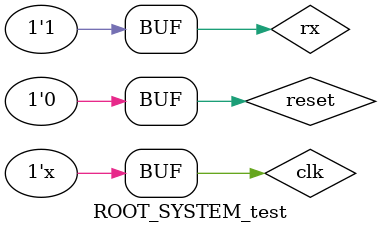
<source format=v>
`timescale 1ns / 1ps


module ROOT_SYSTEM_test;

	// Inputs
	reg clk;
	reg reset;
	reg rx;

	// Outputs
	wire tx;
	wire status;

	// Instantiate the Unit Under Test (UUT)
	ROOT_SYSTEM uut (
		.clk(clk), 
		.reset(reset), 
		.rx(rx), 
		.tx(tx), 
		.status(status)
	);

	initial begin
		// Initialize Inputs
		clk = 0;
		reset = 0;
		rx = 1;

		// Wait 100 ns for global reset to finish
		#100;
        
		// Add stimulus here
		
		rx = 0; #100; // start bit
		rx = 1; #100;
		rx = 0; #100;
		rx = 0; #100;
		rx = 0; #100;
		rx = 0; #100;
		rx = 1; #100;
		rx = 0; #100;
		rx = 1; #100; // stop bit
		
		#500;
		
		rx = 0; #100; // start bit
		rx = 0; #100;
		rx = 1; #100;
		rx = 0; #100;
		rx = 0; #100;
		rx = 0; #100;
		rx = 1; #100;
		rx = 0; #100;
		rx = 1; #100; // stop bit
		
	end
	
	always begin
		#5;
		clk = ~clk;
	end
      
endmodule


</source>
